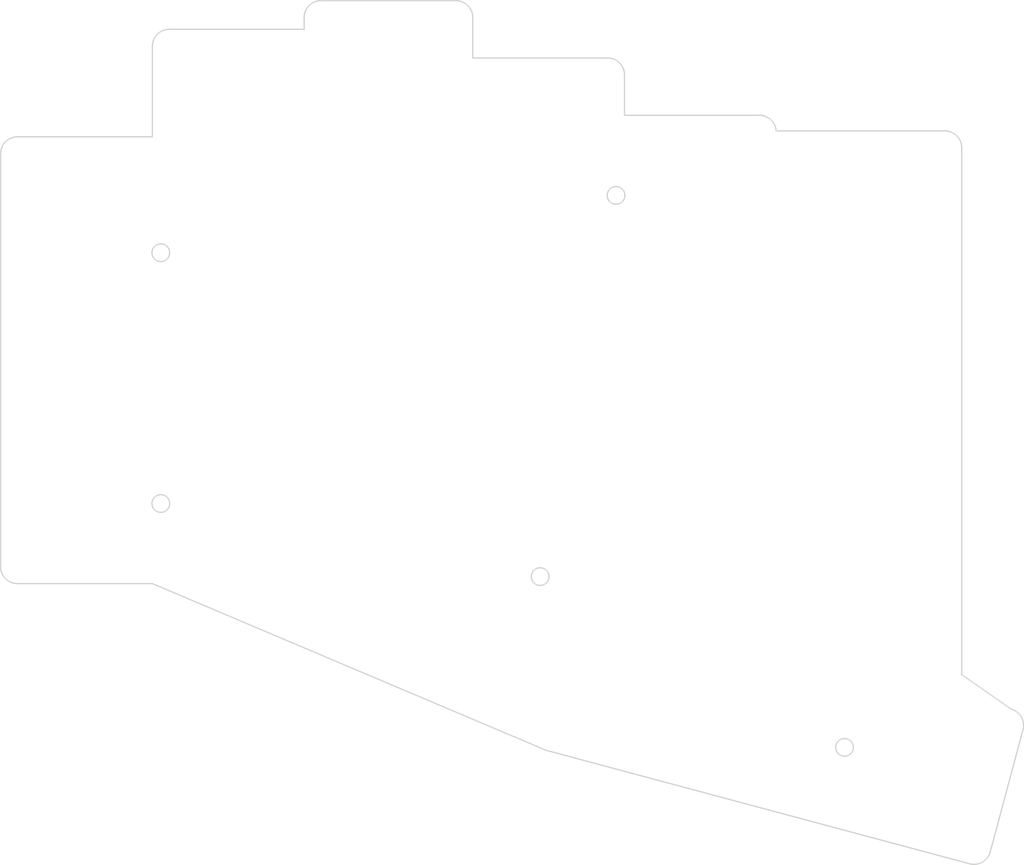
<source format=kicad_pcb>

            
(kicad_pcb (version 20171130) (host pcbnew 5.1.6)

  (page A3)
  (title_block
    (title bottom_plate)
    (rev v1.0.0)
    (company Unknown)
  )

  (general
    (thickness 1.6)
  )

  (layers
    (0 F.Cu signal)
    (31 B.Cu signal)
    (32 B.Adhes user)
    (33 F.Adhes user)
    (34 B.Paste user)
    (35 F.Paste user)
    (36 B.SilkS user)
    (37 F.SilkS user)
    (38 B.Mask user)
    (39 F.Mask user)
    (40 Dwgs.User user)
    (41 Cmts.User user)
    (42 Eco1.User user)
    (43 Eco2.User user)
    (44 Edge.Cuts user)
    (45 Margin user)
    (46 B.CrtYd user)
    (47 F.CrtYd user)
    (48 B.Fab user)
    (49 F.Fab user)
  )

  (setup
    (last_trace_width 0.25)
    (trace_clearance 0.2)
    (zone_clearance 0.508)
    (zone_45_only no)
    (trace_min 0.2)
    (via_size 0.8)
    (via_drill 0.4)
    (via_min_size 0.4)
    (via_min_drill 0.3)
    (uvia_size 0.3)
    (uvia_drill 0.1)
    (uvias_allowed no)
    (uvia_min_size 0.2)
    (uvia_min_drill 0.1)
    (edge_width 0.05)
    (segment_width 0.2)
    (pcb_text_width 0.3)
    (pcb_text_size 1.5 1.5)
    (mod_edge_width 0.12)
    (mod_text_size 1 1)
    (mod_text_width 0.15)
    (pad_size 1.524 1.524)
    (pad_drill 0.762)
    (pad_to_mask_clearance 0.05)
    (aux_axis_origin 0 0)
    (visible_elements FFFFFF7F)
    (pcbplotparams
      (layerselection 0x010fc_ffffffff)
      (usegerberextensions false)
      (usegerberattributes true)
      (usegerberadvancedattributes true)
      (creategerberjobfile true)
      (excludeedgelayer true)
      (linewidth 0.100000)
      (plotframeref false)
      (viasonmask false)
      (mode 1)
      (useauxorigin false)
      (hpglpennumber 1)
      (hpglpenspeed 20)
      (hpglpendiameter 15.000000)
      (psnegative false)
      (psa4output false)
      (plotreference true)
      (plotvalue true)
      (plotinvisibletext false)
      (padsonsilk false)
      (subtractmaskfromsilk false)
      (outputformat 1)
      (mirror false)
      (drillshape 1)
      (scaleselection 1)
      (outputdirectory ""))
  )

            (net 0 "")
            
  (net_class Default "This is the default net class."
    (clearance 0.2)
    (trace_width 0.25)
    (via_dia 0.8)
    (via_drill 0.4)
    (uvia_dia 0.3)
    (uvia_drill 0.1)
    (add_net "")
  )

            
  (net_class Power "This is the power net class."
    (clearance 0.2)
    (trace_width 0.5)
    (via_dia 0.8)
    (via_drill 0.4)
    (uvia_dia 0.3)
    (uvia_drill 0.1)
    
  )

            
            (gr_line (start 10 9.5) (end 26 9.5) (angle 90) (layer Edge.Cuts) (width 0.15))
(gr_line (start 8 7.5) (end 8 -41.5) (angle 90) (layer Edge.Cuts) (width 0.15))
(gr_arc (start 10 7.5) (end 8 7.5) (angle -90) (layer Edge.Cuts) (width 0.15))
(gr_line (start 26 -43.5) (end 10 -43.5) (angle 90) (layer Edge.Cuts) (width 0.15))
(gr_arc (start 10 -41.5) (end 10 -43.5) (angle -90) (layer Edge.Cuts) (width 0.15))
(gr_line (start 44 -56.25) (end 28 -56.25) (angle 90) (layer Edge.Cuts) (width 0.15))
(gr_arc (start 28 -54.25) (end 28 -56.25) (angle -90) (layer Edge.Cuts) (width 0.15))
(gr_line (start 26 -54.25) (end 26 -43.5) (angle 90) (layer Edge.Cuts) (width 0.15))
(gr_line (start 64 -52.85) (end 64 -57.65) (angle 90) (layer Edge.Cuts) (width 0.15))
(gr_arc (start 62 -57.65) (end 64 -57.65) (angle -90) (layer Edge.Cuts) (width 0.15))
(gr_line (start 62 -59.65) (end 46 -59.65) (angle 90) (layer Edge.Cuts) (width 0.15))
(gr_arc (start 46 -57.65) (end 46 -59.65) (angle -90) (layer Edge.Cuts) (width 0.15))
(gr_line (start 44 -57.65) (end 44 -56.25) (angle 90) (layer Edge.Cuts) (width 0.15))
(gr_line (start 82 -46.05) (end 82 -50.85) (angle 90) (layer Edge.Cuts) (width 0.15))
(gr_arc (start 80 -50.85) (end 82 -50.85) (angle -90) (layer Edge.Cuts) (width 0.15))
(gr_line (start 80 -52.85) (end 64 -52.85) (angle 90) (layer Edge.Cuts) (width 0.15))
(gr_arc (start 98 -44.05) (end 99.9943671 -44.199999999999996) (angle -85.69877776512043) (layer Edge.Cuts) (width 0.15))
(gr_line (start 98 -46.05) (end 82 -46.05) (angle 90) (layer Edge.Cuts) (width 0.15))
(gr_line (start 72.7071068 29.2747449) (end 122.93524980000001 42.7333352) (angle 90) (layer Edge.Cuts) (width 0.15))
(gr_arc (start 73.2247449 27.342893200000002) (end 72.1978596 29.059141000000004) (angle -15.893416545250034) (layer Edge.Cuts) (width 0.15))
(gr_arc (start 123.45288790000001 40.801483600000005) (end 122.93524980000001 42.73333530000001) (angle -90) (layer Edge.Cuts) (width 0.15))
(gr_line (start 125.38473950000001 41.3191216) (end 129.2670252 26.8302343) (angle 90) (layer Edge.Cuts) (width 0.15))
(gr_arc (start 127.33517350000001 26.3125962) (end 129.2670252 26.8302343) (angle -90) (layer Edge.Cuts) (width 0.15))
(gr_line (start 122 20.29769218774308) (end 127.85281160000001 24.380744500000002) (angle 90) (layer Edge.Cuts) (width 0.15))
(gr_line (start 72.1978596 29.059141000000004) (end 26 9.5) (angle 90) (layer Edge.Cuts) (width 0.15))
(gr_line (start 122 20.29769218774308) (end 122 -42.2) (angle 90) (layer Edge.Cuts) (width 0.15))
(gr_arc (start 120 -42.2) (end 122 -42.2) (angle -90) (layer Edge.Cuts) (width 0.15))
(gr_line (start 120 -44.2) (end 99.9943671 -44.199999999999996) (angle 90) (layer Edge.Cuts) (width 0.15))
(gr_circle (center 27 -29.75) (end 28.05 -29.75) (layer Edge.Cuts) (width 0.15))
(gr_circle (center 27 0) (end 28.05 0) (layer Edge.Cuts) (width 0.15))
(gr_circle (center 81 -36.55) (end 82.05 -36.55) (layer Edge.Cuts) (width 0.15))
(gr_circle (center 72 8.67) (end 73.05 8.67) (layer Edge.Cuts) (width 0.15))
(gr_circle (center 108.10395840000001 28.924179000000002) (end 109.15395840000001 28.924179000000002) (layer Edge.Cuts) (width 0.15))
            
)

        
</source>
